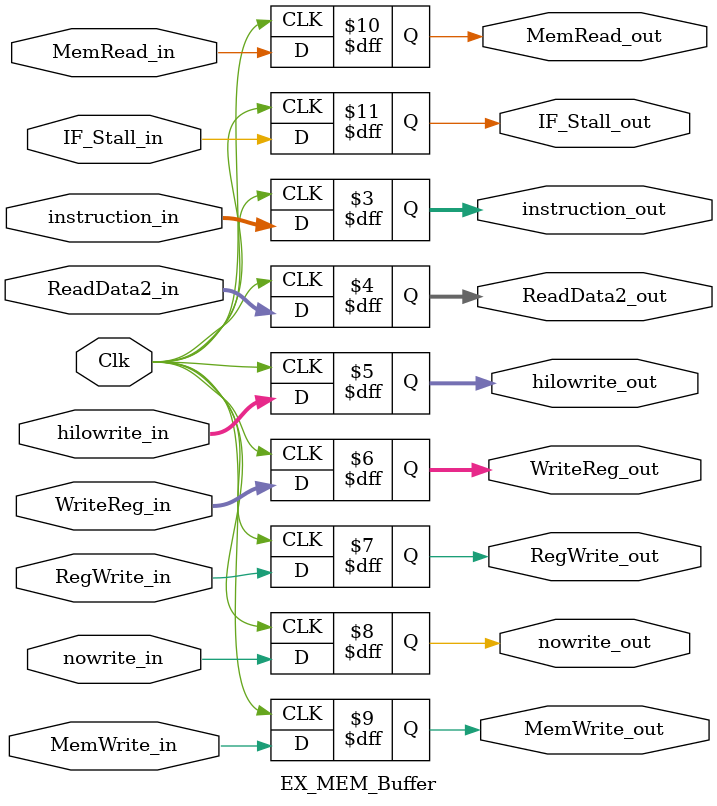
<source format=v>
`timescale 1ns / 1ps


module EX_MEM_Buffer(instruction_in, ReadData2_in, hilowrite_in, WriteReg_in,
                     RegWrite_in, nowrite_in, MemWrite_in, MemRead_in, Clk,
                     instruction_out, ReadData2_out, hilowrite_out, WriteReg_out,
                     RegWrite_out, nowrite_out, MemWrite_out, MemRead_out, IF_Stall_in, IF_Stall_out);

    input [31:0] ReadData2_in, instruction_in, hilowrite_in;
    
    input [4:0] WriteReg_in;

    input RegWrite_in, nowrite_in, MemWrite_in, MemRead_in, Clk, IF_Stall_in;

    output reg [31:0] instruction_out, ReadData2_out, hilowrite_out;
    
    output reg [4:0] WriteReg_out;

    output reg RegWrite_out, nowrite_out, MemWrite_out, MemRead_out, IF_Stall_out;

    initial begin
    
        instruction_out = 0;
        ReadData2_out = 0;
        hilowrite_out = 0;
        MemRead_out = 0;
        RegWrite_out = 0;
        nowrite_out = 0;
        MemWrite_out = 0;
        IF_Stall_out = 0;
        
    end

    always@(posedge Clk) begin
    
        instruction_out <= instruction_in;
        ReadData2_out <= ReadData2_in;
        hilowrite_out <= hilowrite_in;
        IF_Stall_out <= IF_Stall_in;

        WriteReg_out <= WriteReg_in;
        
        RegWrite_out <= RegWrite_in;
        nowrite_out <= nowrite_in;
        MemWrite_out <= MemWrite_in;
        MemRead_out <= MemRead_in;
    end

endmodule

</source>
